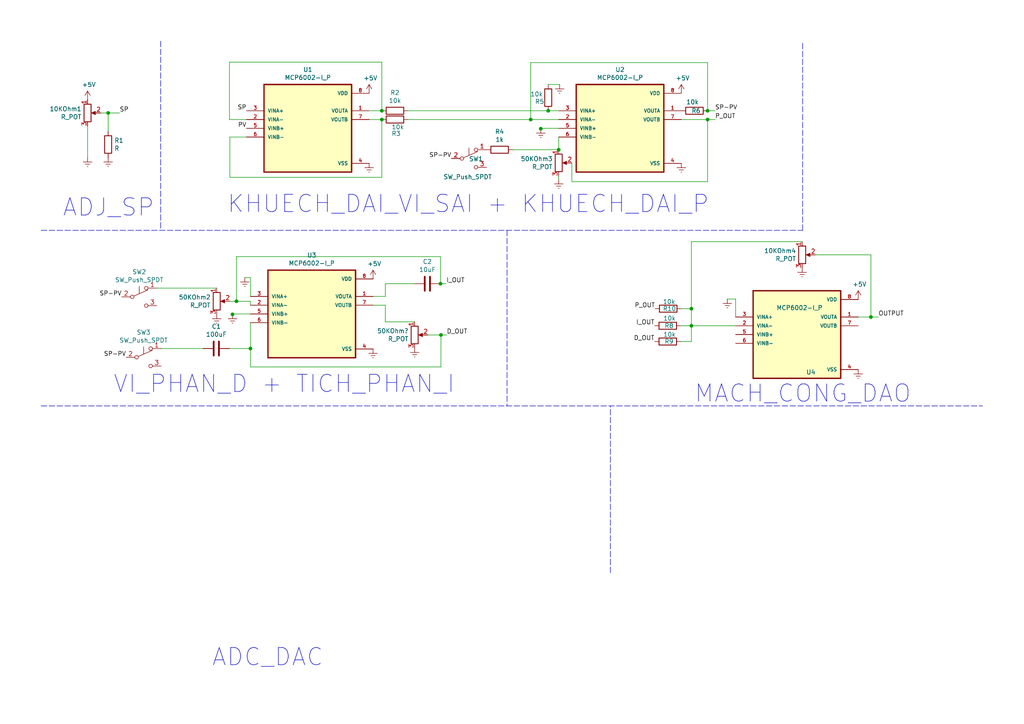
<source format=kicad_sch>
(kicad_sch (version 20211123) (generator eeschema)
  (paper "A4")
  (lib_symbols
    (symbol "Device:C" (pin_numbers hide) (pin_names (offset 0.254))
      (property "Reference" "C" (at 0.635 2.54 0))
      (property "Value" "C" (at 0.635 -2.54 0))
      (symbol "C_0_1"
        (polyline (pts (xy -2.032 -0.762) (xy 2.032 -0.762)) (stroke (width 0.508)))
        (polyline (pts (xy -2.032 0.762) (xy 2.032 0.762)) (stroke (width 0.508)))
      )
      (symbol "C_1_1"
        (pin passive line (at 0 3.81 270) (length 2.794) (name "~") (number "1"))
        (pin passive line (at 0 -3.81 90) (length 2.794) (name "~") (number "2"))
      )
    )
    (symbol "Device:R" (pin_numbers hide) (pin_names (offset 0))
      (property "Reference" "R" (at 2.032 0 90))
      (property "Value" "R" (at 0 0 90))
      (symbol "R_0_1"
        (rectangle (start -1.016 -2.54) (end 1.016 2.54) (stroke (width 0.254)))
      )
      (symbol "R_1_1"
        (pin passive line (at 0 3.81 270) (length 1.27) (name "~") (number "1"))
        (pin passive line (at 0 -3.81 90) (length 1.27) (name "~") (number "2"))
      )
    )
    (symbol "Device:R_POT" (pin_names (offset 1.016) hide)
      (property "Reference" "RV" (at -4.445 0 90))
      (property "Value" "Device_R_POT" (at -2.54 0 90))
      (symbol "R_POT_0_1"
        (polyline (pts (xy 2.54 0) (xy 1.524 0)))
        (polyline (pts (xy 1.143 0) (xy 2.286 0.508) (xy 2.286 -0.508) (xy 1.143 0)) (fill (type outline)))
        (rectangle (start 1.016 2.54) (end -1.016 -2.54) (stroke (width 0.254)))
      )
      (symbol "R_POT_1_1"
        (pin passive line (at 0 3.81 270) (length 1.27) (name "1") (number "1"))
        (pin passive line (at 3.81 0 180) (length 1.27) (name "2") (number "2"))
        (pin passive line (at 0 -3.81 90) (length 1.27) (name "3") (number "3"))
      )
    )
    (symbol "Switch:SW_Push_SPDT" (pin_names (offset 0) hide)
      (property "Reference" "SW" (at 0 4.318 0))
      (property "Value" "SW_Push_SPDT" (at 0 -5.08 0))
      (symbol "SW_Push_SPDT_0_0"
        (circle (center -2.032 0) (radius 0.508))
        (polyline (pts (xy 0 1.016) (xy 0 3.048)))
        (circle (center 2.032 -2.54) (radius 0.508))
      )
      (symbol "SW_Push_SPDT_0_1"
        (polyline (pts (xy -1.524 0.254) (xy 2.54 2.032)))
        (circle (center 2.032 2.54) (radius 0.508))
      )
      (symbol "SW_Push_SPDT_1_1"
        (pin passive line (at 5.08 2.54 180) (length 2.54) (name "A") (number "1"))
        (pin passive line (at -5.08 0 0) (length 2.54) (name "B") (number "2"))
        (pin passive line (at 5.08 -2.54 180) (length 2.54) (name "C") (number "3"))
      )
    )
    (symbol "analogPidBoard:MCP6002-I_P" (pin_names (offset 1.016))
      (property "Reference" "U" (at -12.7 13.6906 0))
      (property "Value" "analogPidBoard_MCP6002-I_P" (at -12.7 -16.6878 0))
      (symbol "MCP6002-I_P_0_0"
        (rectangle (start -12.7 -12.7) (end 12.7 12.7) (stroke (width 0.4064)) (fill (type background)))
        (pin output line (at 17.78 5.08 180) (length 5.08) (name "VOUTA") (number "1"))
        (pin input line (at -17.78 2.54 0) (length 5.08) (name "VINA-") (number "2"))
        (pin input line (at -17.78 5.08 0) (length 5.08) (name "VINA+") (number "3"))
        (pin power_in line (at 17.78 -10.16 180) (length 5.08) (name "VSS") (number "4"))
        (pin input line (at -17.78 0 0) (length 5.08) (name "VINB+") (number "5"))
        (pin input line (at -17.78 -2.54 0) (length 5.08) (name "VINB-") (number "6"))
        (pin output line (at 17.78 2.54 180) (length 5.08) (name "VOUTB") (number "7"))
        (pin power_in line (at 17.78 10.16 180) (length 5.08) (name "VDD") (number "8"))
      )
    )
    (symbol "power:+5V" (power) (pin_names (offset 0))
      (property "Value" "+5V" (at 0 3.556 0))
      (symbol "+5V_0_1"
        (polyline (pts (xy -0.762 1.27) (xy 0 2.54)))
        (polyline (pts (xy 0 0) (xy 0 2.54)))
        (polyline (pts (xy 0 2.54) (xy 0.762 1.27)))
      )
      (symbol "+5V_1_1"
        (pin power_in line (at 0 0 90) (length 0) hide (name "+5V") (number "1"))
      )
    )
    (symbol "power:Earth" (power) (pin_names (offset 0))
      (symbol "Earth_0_1"
        (polyline (pts (xy -0.635 -1.905) (xy 0.635 -1.905)))
        (polyline (pts (xy -0.127 -2.54) (xy 0.127 -2.54)))
        (polyline (pts (xy 0 -1.27) (xy 0 0)))
        (polyline (pts (xy 1.27 -1.27) (xy -1.27 -1.27)))
      )
      (symbol "Earth_1_1"
        (pin power_in line (at 0 0 270) (length 0) hide (name "Earth") (number "1"))
      )
    )
  )
  (junction (at 68.58 87.376))
  (junction (at 200.533 94.488))
  (junction (at 252.603 91.948))
  (junction (at 200.533 89.535))
  (junction (at 153.924 34.671))
  (junction (at 162.052 43.434))
  (junction (at 159.004 32.131))
  (junction (at 110.744 32.131))
  (junction (at 110.744 34.671))
  (junction (at 205.232 34.671))
  (junction (at 156.845 37.338))
  (junction (at 67.437 91.186))
  (junction (at 205.232 32.131))
  (junction (at 31.369 32.766))
  (junction (at 72.644 101.092))
  (junction (at 127.762 82.296))
  (junction (at 127.889 97.155))
  (polyline (pts (xy 11.938 66.802) (xy 232.791 66.802)))
  (wire (pts (xy 156.845 37.211) (xy 156.845 37.338)))
  (wire (pts (xy 111.76 85.979) (xy 108.204 85.979)))
  (polyline (pts (xy 147.066 66.802) (xy 147.066 117.729)))
  (wire (pts (xy 67.437 91.059) (xy 67.437 91.186)))
  (wire (pts (xy 118.364 32.131) (xy 159.004 32.131)))
  (wire (pts (xy 205.232 34.671) (xy 207.391 34.671)))
  (wire (pts (xy 252.603 91.948) (xy 248.92 91.948)))
  (wire (pts (xy 68.58 87.376) (xy 72.644 87.376)))
  (wire (pts (xy 200.533 70.104) (xy 232.664 70.104)))
  (wire (pts (xy 252.603 91.948) (xy 254.762 91.948)))
  (wire (pts (xy 25.4 36.576) (xy 25.4 45.72)))
  (wire (pts (xy 127.889 106.426) (xy 72.644 106.426)))
  (wire (pts (xy 162.052 37.211) (xy 156.845 37.211)))
  (polyline (pts (xy 232.791 66.802) (xy 232.791 12.065)))
  (wire (pts (xy 127.762 82.296) (xy 127.762 74.422)))
  (wire (pts (xy 66.675 87.376) (xy 68.58 87.376)))
  (wire (pts (xy 205.232 34.671) (xy 205.232 52.705)))
  (wire (pts (xy 71.501 39.751) (xy 66.675 39.751)))
  (wire (pts (xy 127.762 82.296) (xy 129.413 82.296)))
  (wire (pts (xy 72.644 87.376) (xy 72.644 88.519)))
  (wire (pts (xy 127.762 74.422) (xy 68.58 74.422)))
  (wire (pts (xy 108.204 88.519) (xy 111.76 88.519)))
  (wire (pts (xy 120.142 82.296) (xy 111.76 82.296)))
  (wire (pts (xy 110.744 32.131) (xy 107.061 32.131)))
  (wire (pts (xy 66.548 34.671) (xy 66.548 18.034)))
  (wire (pts (xy 200.533 94.488) (xy 197.485 94.488)))
  (wire (pts (xy 124.079 97.155) (xy 127.889 97.155)))
  (polyline (pts (xy 11.938 117.729) (xy 284.988 117.729)))
  (wire (pts (xy 205.232 32.131) (xy 207.391 32.131)))
  (wire (pts (xy 110.744 51.435) (xy 110.744 34.671)))
  (wire (pts (xy 162.052 52.07) (xy 162.052 51.054)))
  (wire (pts (xy 153.924 34.671) (xy 162.052 34.671)))
  (wire (pts (xy 236.474 73.914) (xy 252.603 73.914)))
  (wire (pts (xy 72.644 91.059) (xy 67.437 91.059)))
  (wire (pts (xy 29.21 32.766) (xy 31.369 32.766)))
  (wire (pts (xy 159.004 32.131) (xy 162.052 32.131)))
  (wire (pts (xy 213.36 86.741) (xy 213.36 91.948)))
  (wire (pts (xy 200.533 99.06) (xy 197.485 99.06)))
  (wire (pts (xy 197.612 34.671) (xy 205.232 34.671)))
  (wire (pts (xy 111.76 82.296) (xy 111.76 85.979)))
  (wire (pts (xy 68.58 74.422) (xy 68.58 87.376)))
  (wire (pts (xy 159.004 24.511) (xy 162.306 24.511)))
  (wire (pts (xy 72.644 101.092) (xy 72.644 106.426)))
  (wire (pts (xy 162.052 39.751) (xy 162.052 43.434)))
  (wire (pts (xy 127.889 97.155) (xy 127.889 106.426)))
  (wire (pts (xy 162.052 43.434) (xy 148.717 43.434)))
  (wire (pts (xy 165.862 52.705) (xy 165.862 47.244)))
  (wire (pts (xy 31.369 32.766) (xy 34.671 32.766)))
  (wire (pts (xy 45.466 83.566) (xy 62.865 83.566)))
  (polyline (pts (xy 177.038 166.116) (xy 177.038 117.729)))
  (wire (pts (xy 127.889 97.155) (xy 129.54 97.155)))
  (wire (pts (xy 153.924 34.671) (xy 153.924 18.161)))
  (polyline (pts (xy 46.609 11.938) (xy 46.609 66.802)))
  (wire (pts (xy 72.644 101.092) (xy 66.548 101.092)))
  (wire (pts (xy 110.744 18.034) (xy 110.744 32.131)))
  (wire (pts (xy 197.612 89.535) (xy 200.533 89.535)))
  (wire (pts (xy 31.369 32.766) (xy 31.369 38.1)))
  (wire (pts (xy 200.533 94.488) (xy 200.533 99.06)))
  (wire (pts (xy 66.675 39.751) (xy 66.675 51.435)))
  (wire (pts (xy 205.232 52.705) (xy 165.862 52.705)))
  (wire (pts (xy 153.924 18.161) (xy 205.232 18.161)))
  (wire (pts (xy 70.993 80.518) (xy 72.644 80.518)))
  (wire (pts (xy 72.644 80.518) (xy 72.644 85.979)))
  (wire (pts (xy 111.76 88.519) (xy 111.76 93.345)))
  (wire (pts (xy 72.644 93.599) (xy 72.644 101.092)))
  (wire (pts (xy 58.928 101.092) (xy 46.736 101.092)))
  (wire (pts (xy 66.548 18.034) (xy 110.744 18.034)))
  (wire (pts (xy 213.36 94.488) (xy 200.533 94.488)))
  (wire (pts (xy 210.947 86.741) (xy 213.36 86.741)))
  (wire (pts (xy 252.603 73.914) (xy 252.603 91.948)))
  (wire (pts (xy 110.744 34.671) (xy 107.061 34.671)))
  (wire (pts (xy 71.501 34.671) (xy 66.548 34.671)))
  (wire (pts (xy 205.232 18.161) (xy 205.232 32.131)))
  (wire (pts (xy 66.675 51.435) (xy 110.744 51.435)))
  (wire (pts (xy 200.533 89.535) (xy 200.533 70.104)))
  (wire (pts (xy 111.76 93.345) (xy 120.269 93.345)))
  (wire (pts (xy 200.533 89.535) (xy 200.533 94.488)))
  (wire (pts (xy 118.364 34.671) (xy 153.924 34.671)))
  (text "ADC_DAC\n" (at 61.341 193.675 0) (effects (font (size 5.0038 5.0038)) (justify left bottom)))
  (text "MACH_CONG_DAO\n" (at 201.295 117.221 0) (effects (font (size 5.0038 5.0038)) (justify left bottom)))
  (text "VI_PHAN_D + TICH_PHAN_I\n" (at 32.766 114.427 0) (effects (font (size 5.0038 5.0038)) (justify left bottom)))
  (text "ADJ_SP\n" (at 18.034 63.246 0) (effects (font (size 5.0038 5.0038)) (justify left bottom)))
  (text "KHUECH_DAI_VI_SAI + KHUECH_DAI_P" (at 65.786 62.23 0) (effects (font (size 5.0038 5.0038)) (justify left bottom)))
  (label "SP-PV" (at 130.937 45.974 180) (effects (font (size 1.2446 1.2446))))
  (label "I_OUT" (at 189.865 94.488 180))
  (label "P_OUT" (at 207.391 34.671 0) (effects (font (size 1.2446 1.2446))))
  (label "SP" (at 34.671 32.766 0))
  (label "SP-PV" (at 207.391 32.131 0) (effects (font (size 1.2446 1.2446))))
  (label "PV" (at 71.501 37.211 180) (effects (font (size 1.2446 1.2446))))
  (label "D_OUT" (at 189.865 99.06 180))
  (label "SP-PV" (at 36.576 103.632 180) (effects (font (size 1.2446 1.2446))))
  (label "P_OUT" (at 189.992 89.535 180) (effects (font (size 1.2446 1.2446))))
  (label "SP-PV" (at 35.306 86.106 180) (effects (font (size 1.2446 1.2446))))
  (label "OUTPUT" (at 254.762 91.948 0))
  (label "I_OUT" (at 129.413 82.296 0))
  (label "D_OUT" (at 129.54 97.155 0))
  (label "SP" (at 71.501 32.131 180) (effects (font (size 1.2446 1.2446))))
  (symbol (lib_id "analogPidBoard:MCP6002-I_P") (at 89.281 37.211 0) (unit 1)
    (property "Reference" "U1" (at 89.281 20.193 0))
    (property "Value" "MCP6002-I_P" (at 89.281 22.5044 0))
    (property "Footprint" "DIP787W46P254L927H533Q8" (effects hide))
  )
  (symbol (lib_id "Switch:SW_Push_SPDT") (at 136.017 45.974 0) (unit 1)
    (property "Reference" "SW1" (at 138.049 46.101 0))
    (property "Value" "SW_Push_SPDT" (at 135.636 51.308 0))
  )
  (symbol (lib_id "Device:R_POT") (at 25.4 32.766 0) (unit 1)
    (property "Reference" "10KOhm1" (at 23.6474 31.5976 0) (effects (justify right)))
    (property "Value" "R_POT" (at 23.6474 33.909 0) (effects (justify right)))
  )
  (symbol (lib_id "power:+5V") (at 25.4 28.956 0) (unit 1)
    (property "Reference" "#PWR01" (effects hide))
    (property "Value" "+5V" (at 25.781 24.5618 0))
  )
  (symbol (lib_id "Device:R") (at 31.369 41.91 0) (unit 1)
    (property "Reference" "R1" (at 33.147 40.7416 0) (effects (justify left)))
    (property "Value" "R" (at 33.147 43.053 0) (effects (justify left)))
  )
  (symbol (lib_id "power:Earth") (at 31.369 45.72 0) (unit 1)
    (property "Reference" "#PWR02" (effects hide))
    (property "Value" "Earth" (effects hide))
  )
  (symbol (lib_id "analogPidBoard:MCP6002-I_P") (at 179.832 37.211 0) (unit 1)
    (property "Reference" "U2" (at 179.832 20.193 0))
    (property "Value" "MCP6002-I_P" (at 179.832 22.5044 0))
    (property "Footprint" "DIP787W46P254L927H533Q8" (effects hide))
  )
  (symbol (lib_id "analogPidBoard:MCP6002-I_P") (at 90.424 91.059 0) (unit 1)
    (property "Reference" "U3" (at 90.424 74.041 0))
    (property "Value" "MCP6002-I_P" (at 90.424 76.3524 0))
    (property "Footprint" "DIP787W46P254L927H533Q8" (effects hide))
  )
  (symbol (lib_id "Device:R") (at 114.554 32.131 270) (unit 1)
    (property "Reference" "R2" (at 114.554 26.8732 90))
    (property "Value" "10k" (at 114.554 29.1846 90))
  )
  (symbol (lib_id "Device:R") (at 114.554 34.671 270) (unit 1)
    (property "Reference" "R3" (at 113.538 38.735 90) (effects (justify left)))
    (property "Value" "10k" (at 113.538 36.83 90) (effects (justify left)))
  )
  (symbol (lib_id "power:+5V") (at 107.061 27.051 0) (unit 1)
    (property "Reference" "#PWR03" (effects hide))
    (property "Value" "+5V" (at 107.442 22.6568 0))
  )
  (symbol (lib_id "power:Earth") (at 107.061 47.371 0) (unit 1)
    (property "Reference" "#PWR04" (effects hide))
    (property "Value" "Earth" (effects hide))
  )
  (symbol (lib_id "power:+5V") (at 197.612 27.051 0) (unit 1)
    (property "Reference" "#PWR05" (effects hide))
    (property "Value" "+5V" (at 197.993 22.6568 0))
  )
  (symbol (lib_id "power:Earth") (at 197.612 47.371 0) (unit 1)
    (property "Reference" "#PWR06" (effects hide))
    (property "Value" "Earth" (effects hide))
  )
  (symbol (lib_id "power:+5V") (at 108.204 80.899 0) (unit 1)
    (property "Reference" "#PWR07" (effects hide))
    (property "Value" "+5V" (at 108.585 76.5048 0))
  )
  (symbol (lib_id "power:Earth") (at 108.204 101.219 0) (unit 1)
    (property "Reference" "#PWR08" (effects hide))
    (property "Value" "Earth" (effects hide))
  )
  (symbol (lib_id "analogPidBoard:MCP6002-I_P") (at 231.14 97.028 0) (unit 1)
    (property "Reference" "U4" (at 235.204 107.95 0))
    (property "Value" "MCP6002-I_P" (at 231.902 89.281 0))
    (property "Footprint" "DIP787W46P254L927H533Q8" (effects hide))
  )
  (symbol (lib_id "power:+5V") (at 248.92 86.868 0) (unit 1)
    (property "Reference" "#PWR09" (effects hide))
    (property "Value" "+5V" (at 249.301 82.4738 0))
  )
  (symbol (lib_id "power:Earth") (at 248.92 107.188 0) (unit 1)
    (property "Reference" "#PWR010" (effects hide))
    (property "Value" "Earth" (effects hide))
  )
  (symbol (lib_id "Device:R") (at 159.004 28.321 180) (unit 1)
    (property "Reference" "R5" (at 157.861 29.464 0) (effects (justify left)))
    (property "Value" "10k" (at 157.48 27.305 0) (effects (justify left)))
  )
  (symbol (lib_id "power:Earth") (at 162.306 24.511 0) (unit 1)
    (property "Reference" "#PWR017" (effects hide))
    (property "Value" "Earth" (effects hide))
  )
  (symbol (lib_id "Device:R") (at 201.422 32.131 270) (unit 1)
    (property "Reference" "R6" (at 200.533 32.131 90) (effects (justify left)))
    (property "Value" "10k" (at 199.009 29.591 90) (effects (justify left)))
  )
  (symbol (lib_id "power:Earth") (at 67.437 91.186 0) (unit 1)
    (property "Reference" "#PWR014" (effects hide))
    (property "Value" "Earth" (effects hide))
  )
  (symbol (lib_id "power:Earth") (at 25.4 45.72 0) (unit 1)
    (property "Reference" "#PWR011" (effects hide))
    (property "Value" "Earth" (effects hide))
  )
  (symbol (lib_id "power:Earth") (at 162.052 52.07 0) (unit 1)
    (property "Reference" "#PWR016" (effects hide))
    (property "Value" "Earth" (effects hide))
  )
  (symbol (lib_id "Device:R_POT") (at 62.865 87.376 0) (unit 1)
    (property "Reference" "50KOhm2" (at 61.1124 86.2076 0) (effects (justify right)))
    (property "Value" "R_POT" (at 61.1124 88.519 0) (effects (justify right)))
  )
  (symbol (lib_id "Device:C") (at 123.952 82.296 270) (unit 1)
    (property "Reference" "C2" (at 123.952 75.8952 90))
    (property "Value" "10uF" (at 123.952 78.2066 90))
  )
  (symbol (lib_id "power:Earth") (at 62.865 91.186 0) (unit 1)
    (property "Reference" "#PWR012" (effects hide))
    (property "Value" "Earth" (effects hide))
  )
  (symbol (lib_id "Switch:SW_Push_SPDT") (at 40.386 86.106 0) (unit 1)
    (property "Reference" "SW2" (at 40.386 78.867 0))
    (property "Value" "SW_Push_SPDT" (at 40.386 81.1784 0))
  )
  (symbol (lib_id "power:Earth") (at 156.845 37.338 0) (unit 1)
    (property "Reference" "#PWR013" (effects hide))
    (property "Value" "Earth" (effects hide))
  )
  (symbol (lib_id "Device:R") (at 144.907 43.434 270) (unit 1)
    (property "Reference" "R4" (at 144.907 38.1762 90))
    (property "Value" "1k" (at 144.907 40.4876 90))
  )
  (symbol (lib_id "Device:R_POT") (at 162.052 47.244 0) (unit 1)
    (property "Reference" "50KOhm3" (at 160.2994 46.0756 0) (effects (justify right)))
    (property "Value" "R_POT" (at 160.2994 48.387 0) (effects (justify right)))
  )
  (symbol (lib_id "power:Earth") (at 70.993 80.518 0) (unit 1)
    (property "Reference" "#PWR015" (effects hide))
    (property "Value" "Earth" (effects hide))
  )
  (symbol (lib_id "Switch:SW_Push_SPDT") (at 41.656 103.632 0) (unit 1)
    (property "Reference" "SW3" (at 41.656 96.393 0))
    (property "Value" "SW_Push_SPDT" (at 41.656 98.7044 0))
  )
  (symbol (lib_id "Device:C") (at 62.738 101.092 270) (unit 1)
    (property "Reference" "C1" (at 62.738 94.6912 90))
    (property "Value" "100uF" (at 62.738 97.0026 90))
  )
  (symbol (lib_id "power:Earth") (at 210.947 86.741 0) (unit 1)
    (property "Reference" "#PWR018" (effects hide))
    (property "Value" "Earth" (effects hide))
  )
  (symbol (lib_id "Device:R") (at 193.802 89.535 270) (unit 1)
    (property "Reference" "R10" (at 194.183 89.535 90))
    (property "Value" "10k" (at 194.056 87.503 90))
  )
  (symbol (lib_id "Device:R") (at 193.675 94.488 270) (unit 1)
    (property "Reference" "R8" (at 194.056 94.488 90))
    (property "Value" "10k" (at 194.183 92.329 90))
  )
  (symbol (lib_id "Device:R") (at 193.675 99.06 270) (unit 1)
    (property "Reference" "R9" (at 194.056 99.06 90))
    (property "Value" "10k" (at 194.183 97.028 90))
  )
  (symbol (lib_id "Device:R_POT") (at 232.664 73.914 0) (unit 1)
    (property "Reference" "10KOhm4" (at 230.9114 72.7456 0) (effects (justify right)))
    (property "Value" "R_POT" (at 230.9114 75.057 0) (effects (justify right)))
  )
  (symbol (lib_id "power:Earth") (at 232.664 77.724 0) (unit 1)
    (property "Reference" "#PWR019" (effects hide))
    (property "Value" "Earth" (effects hide))
  )
  (symbol (lib_id "Device:R_POT") (at 120.269 97.155 0) (unit 1)
    (property "Reference" "50KOhm?" (at 118.5164 95.9866 0) (effects (justify right)))
    (property "Value" "R_POT" (at 118.5164 98.298 0) (effects (justify right)))
  )
  (symbol (lib_id "power:Earth") (at 120.269 100.965 0) (unit 1)
    (property "Reference" "#PWR?" (effects hide))
    (property "Value" "Earth" (effects hide))
  )
)
</source>
